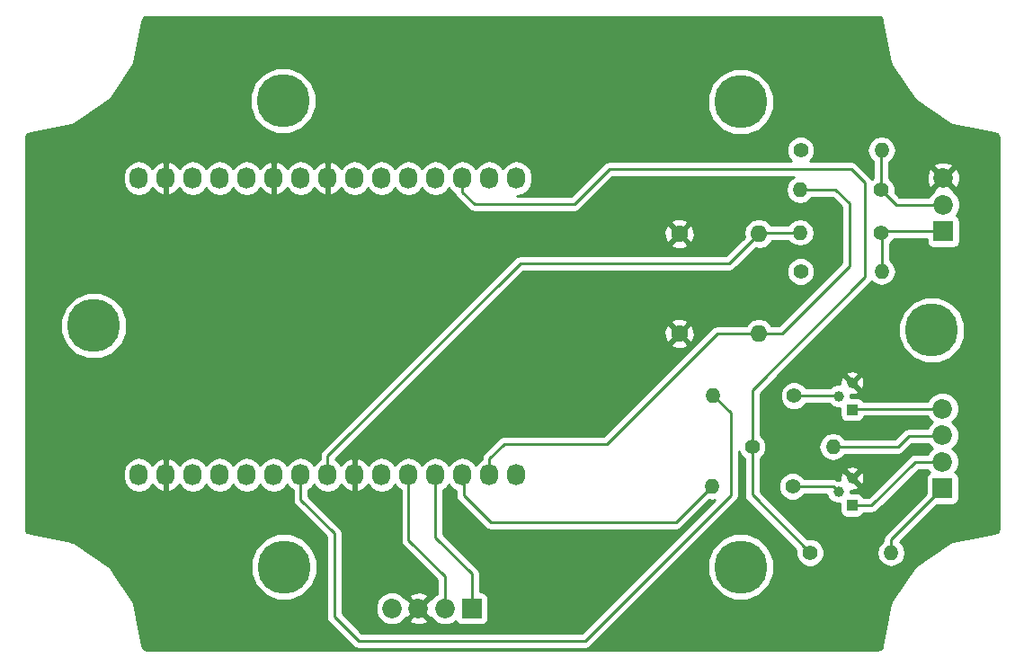
<source format=gbr>
G04 #@! TF.FileFunction,Copper,L2,Bot,Signal*
%FSLAX46Y46*%
G04 Gerber Fmt 4.6, Leading zero omitted, Abs format (unit mm)*
G04 Created by KiCad (PCBNEW 4.0.6) date 06/19/17 18:14:00*
%MOMM*%
%LPD*%
G01*
G04 APERTURE LIST*
%ADD10C,0.100000*%
%ADD11C,1.600000*%
%ADD12O,1.600000X1.600000*%
%ADD13R,1.850000X1.850000*%
%ADD14C,1.850000*%
%ADD15C,1.000000*%
%ADD16R,1.000000X1.000000*%
%ADD17C,1.400000*%
%ADD18O,1.400000X1.400000*%
%ADD19O,1.727200X2.032000*%
%ADD20C,5.000000*%
%ADD21C,0.250000*%
%ADD22C,0.254000*%
G04 APERTURE END LIST*
D10*
D11*
X130830000Y-101420000D03*
D12*
X138330000Y-101420000D03*
D11*
X130830000Y-92022000D03*
D12*
X138330000Y-92022000D03*
D13*
X155700000Y-91800000D03*
D14*
X155700000Y-89300000D03*
X155700000Y-86800000D03*
D13*
X155600000Y-116000000D03*
D14*
X155600000Y-113500000D03*
X155600000Y-111000000D03*
X155600000Y-108500000D03*
D13*
X111272000Y-127328000D03*
D14*
X108772000Y-127328000D03*
X106272000Y-127328000D03*
X103772000Y-127328000D03*
D15*
X145830000Y-116330000D03*
X147100000Y-115060000D03*
D16*
X147100000Y-117600000D03*
D15*
X145830000Y-107330000D03*
X147100000Y-106060000D03*
D16*
X147100000Y-108600000D03*
D17*
X149829200Y-87881800D03*
D18*
X142209200Y-87881800D03*
D17*
X142260000Y-84148000D03*
D18*
X149880000Y-84148000D03*
D17*
X141498000Y-115821800D03*
D18*
X133878000Y-115821800D03*
D17*
X143149000Y-122070200D03*
D18*
X150769000Y-122070200D03*
D17*
X149829200Y-91920400D03*
D18*
X142209200Y-91920400D03*
D17*
X142260000Y-95578000D03*
D18*
X149880000Y-95578000D03*
D17*
X141650400Y-107287400D03*
D18*
X134030400Y-107287400D03*
D17*
X137688000Y-112088000D03*
D18*
X145308000Y-112088000D03*
D19*
X115500000Y-86800000D03*
X112960000Y-86800000D03*
X110420000Y-86800000D03*
X107880000Y-86800000D03*
X105340000Y-86800000D03*
X102800000Y-86800000D03*
X100260000Y-86800000D03*
X97720000Y-86800000D03*
X95180000Y-86800000D03*
X92640000Y-86800000D03*
X90100000Y-86800000D03*
X87560000Y-86800000D03*
X85020000Y-86800000D03*
X82480000Y-86800000D03*
X79940000Y-86800000D03*
X115500000Y-114740000D03*
X85020000Y-114740000D03*
X82480000Y-114740000D03*
X87560000Y-114740000D03*
X102800000Y-114740000D03*
X105340000Y-114740000D03*
X100260000Y-114740000D03*
X79940000Y-114740000D03*
X95180000Y-114740000D03*
X97720000Y-114740000D03*
X92640000Y-114740000D03*
X90100000Y-114740000D03*
X110420000Y-114740000D03*
X107880000Y-114740000D03*
X112960000Y-114740000D03*
D20*
X93600000Y-123400000D03*
X93500000Y-79500000D03*
X136600000Y-79600000D03*
X136600000Y-123400000D03*
X75700000Y-100700000D03*
X154600000Y-101100000D03*
D21*
X138330000Y-101420000D02*
X134386000Y-101420000D01*
X112960000Y-113194000D02*
X112960000Y-114740000D01*
X114320000Y-111834000D02*
X112960000Y-113194000D01*
X123972000Y-111834000D02*
X114320000Y-111834000D01*
X134386000Y-101420000D02*
X123972000Y-111834000D01*
X138330000Y-101420000D02*
X140482000Y-101420000D01*
X145553800Y-87881800D02*
X142209200Y-87881800D01*
X146838000Y-89166000D02*
X145553800Y-87881800D01*
X146838000Y-95064000D02*
X146838000Y-89166000D01*
X140482000Y-101420000D02*
X146838000Y-95064000D01*
X142209200Y-91920400D02*
X138431600Y-91920400D01*
X138431600Y-91920400D02*
X135536000Y-94816000D01*
X135536000Y-94816000D02*
X115844000Y-94816000D01*
X115844000Y-94816000D02*
X97720000Y-112940000D01*
X97720000Y-112940000D02*
X97720000Y-114740000D01*
X149880000Y-95578000D02*
X149880000Y-91971200D01*
X149880000Y-91971200D02*
X149829200Y-91920400D01*
X155700000Y-91800000D02*
X149949600Y-91800000D01*
X149949600Y-91800000D02*
X149829200Y-91920400D01*
X149829200Y-87881800D02*
X149829200Y-84198800D01*
X149829200Y-84198800D02*
X149880000Y-84148000D01*
X155700000Y-89300000D02*
X151247400Y-89300000D01*
X151247400Y-89300000D02*
X149829200Y-87881800D01*
X150769000Y-122070200D02*
X150769000Y-120831000D01*
X150769000Y-120831000D02*
X155600000Y-116000000D01*
X147100000Y-117600000D02*
X148940000Y-117600000D01*
X153040000Y-113500000D02*
X155600000Y-113500000D01*
X148940000Y-117600000D02*
X153040000Y-113500000D01*
X145308000Y-112088000D02*
X150896000Y-112088000D01*
X152420000Y-111072000D02*
X155528000Y-111072000D01*
X151404000Y-112088000D02*
X152420000Y-111072000D01*
X150896000Y-112088000D02*
X151404000Y-112088000D01*
X155528000Y-111072000D02*
X155600000Y-111000000D01*
X147100000Y-108600000D02*
X147200000Y-108500000D01*
X147200000Y-108500000D02*
X155600000Y-108500000D01*
X107880000Y-114740000D02*
X107880000Y-120634000D01*
X111272000Y-124026000D02*
X111272000Y-127328000D01*
X107880000Y-120634000D02*
X111272000Y-124026000D01*
X105340000Y-114740000D02*
X105340000Y-120888000D01*
X108772000Y-124320000D02*
X108772000Y-127328000D01*
X105340000Y-120888000D02*
X108772000Y-124320000D01*
X141498000Y-115821800D02*
X145321800Y-115821800D01*
X145321800Y-115821800D02*
X145830000Y-116330000D01*
X145830000Y-107330000D02*
X145787400Y-107287400D01*
X145787400Y-107287400D02*
X141650400Y-107287400D01*
X133878000Y-115821800D02*
X130499800Y-119200000D01*
X110510000Y-116660000D02*
X110510000Y-114830000D01*
X113050000Y-119200000D02*
X110510000Y-116660000D01*
X113304000Y-119200000D02*
X113050000Y-119200000D01*
X130499800Y-119200000D02*
X113304000Y-119200000D01*
X110510000Y-114830000D02*
X110420000Y-114740000D01*
X137688000Y-112088000D02*
X137688000Y-106754000D01*
X110420000Y-88122000D02*
X110420000Y-86800000D01*
X111526000Y-89228000D02*
X110420000Y-88122000D01*
X120924000Y-89228000D02*
X111526000Y-89228000D01*
X124226000Y-85926000D02*
X120924000Y-89228000D01*
X147038000Y-85926000D02*
X124226000Y-85926000D01*
X148316000Y-87204000D02*
X147038000Y-85926000D01*
X148316000Y-96126000D02*
X148316000Y-87204000D01*
X137688000Y-106754000D02*
X148316000Y-96126000D01*
X143149000Y-122070200D02*
X137688000Y-116609200D01*
X137688000Y-116609200D02*
X137688000Y-112088000D01*
X95180000Y-114740000D02*
X95180000Y-117078000D01*
X135656000Y-108913000D02*
X135656000Y-116660000D01*
X135656000Y-116660000D02*
X121940000Y-130376000D01*
X121940000Y-130376000D02*
X101112000Y-130376000D01*
X101112000Y-130376000D02*
X101112000Y-130376000D01*
X101112000Y-130376000D02*
X100858000Y-130376000D01*
X100858000Y-130376000D02*
X100604000Y-130376000D01*
X100604000Y-130376000D02*
X98318000Y-128090000D01*
X135656000Y-108913000D02*
X134030400Y-107287400D01*
X98318000Y-120216000D02*
X98318000Y-128090000D01*
X95180000Y-117078000D02*
X98318000Y-120216000D01*
D22*
G36*
X149715409Y-71621376D02*
X149813250Y-71686751D01*
X149878624Y-71784590D01*
X149928162Y-72033636D01*
X149928162Y-72033637D01*
X150689367Y-75860471D01*
X150731734Y-75962752D01*
X150791648Y-76107400D01*
X152959375Y-79351634D01*
X153148366Y-79540625D01*
X156392601Y-81708352D01*
X156532655Y-81766364D01*
X156639529Y-81810633D01*
X160466363Y-82571838D01*
X160466364Y-82571838D01*
X160715409Y-82621376D01*
X160813250Y-82686751D01*
X160878624Y-82784590D01*
X160915000Y-82967466D01*
X160915000Y-119832534D01*
X160878624Y-120015410D01*
X160813250Y-120113249D01*
X160715409Y-120178624D01*
X160466364Y-120228162D01*
X156639529Y-120989367D01*
X156567206Y-121019325D01*
X156392601Y-121091648D01*
X153148366Y-123259375D01*
X152959375Y-123448366D01*
X150791648Y-126692600D01*
X150731734Y-126837248D01*
X150689367Y-126939529D01*
X149928162Y-130766363D01*
X149928162Y-130766364D01*
X149878624Y-131015410D01*
X149813250Y-131113249D01*
X149715409Y-131178624D01*
X149532534Y-131215000D01*
X80667466Y-131215000D01*
X80484590Y-131178624D01*
X80386751Y-131113250D01*
X80321376Y-131015409D01*
X80271838Y-130766364D01*
X80271838Y-130766363D01*
X79510633Y-126939529D01*
X79480675Y-126867206D01*
X79408352Y-126692601D01*
X77623149Y-124020854D01*
X90464457Y-124020854D01*
X90940727Y-125173515D01*
X91821847Y-126056174D01*
X92973674Y-126534454D01*
X94220854Y-126535543D01*
X95373515Y-126059273D01*
X96256174Y-125178153D01*
X96734454Y-124026326D01*
X96735543Y-122779146D01*
X96259273Y-121626485D01*
X95378153Y-120743826D01*
X94226326Y-120265546D01*
X92979146Y-120264457D01*
X91826485Y-120740727D01*
X90943826Y-121621847D01*
X90465546Y-122773674D01*
X90464457Y-124020854D01*
X77623149Y-124020854D01*
X77240625Y-123448366D01*
X77051634Y-123259375D01*
X73807400Y-121091648D01*
X73662752Y-121031734D01*
X73560471Y-120989367D01*
X69733637Y-120228162D01*
X69733636Y-120228162D01*
X69484590Y-120178624D01*
X69386751Y-120113250D01*
X69321376Y-120015409D01*
X69285000Y-119832534D01*
X69285000Y-114555255D01*
X78441400Y-114555255D01*
X78441400Y-114924745D01*
X78555474Y-115498234D01*
X78880330Y-115984415D01*
X79366511Y-116309271D01*
X79940000Y-116423345D01*
X80513489Y-116309271D01*
X80999670Y-115984415D01*
X81206461Y-115674931D01*
X81577964Y-116090732D01*
X82105209Y-116344709D01*
X82120974Y-116347358D01*
X82353000Y-116226217D01*
X82353000Y-114867000D01*
X82333000Y-114867000D01*
X82333000Y-114613000D01*
X82353000Y-114613000D01*
X82353000Y-113253783D01*
X82607000Y-113253783D01*
X82607000Y-114613000D01*
X82627000Y-114613000D01*
X82627000Y-114867000D01*
X82607000Y-114867000D01*
X82607000Y-116226217D01*
X82839026Y-116347358D01*
X82854791Y-116344709D01*
X83382036Y-116090732D01*
X83753539Y-115674931D01*
X83960330Y-115984415D01*
X84446511Y-116309271D01*
X85020000Y-116423345D01*
X85593489Y-116309271D01*
X86079670Y-115984415D01*
X86290000Y-115669634D01*
X86500330Y-115984415D01*
X86986511Y-116309271D01*
X87560000Y-116423345D01*
X88133489Y-116309271D01*
X88619670Y-115984415D01*
X88830000Y-115669634D01*
X89040330Y-115984415D01*
X89526511Y-116309271D01*
X90100000Y-116423345D01*
X90673489Y-116309271D01*
X91159670Y-115984415D01*
X91370000Y-115669634D01*
X91580330Y-115984415D01*
X92066511Y-116309271D01*
X92640000Y-116423345D01*
X93213489Y-116309271D01*
X93699670Y-115984415D01*
X93910000Y-115669634D01*
X94120330Y-115984415D01*
X94420000Y-116184648D01*
X94420000Y-117078000D01*
X94477852Y-117368839D01*
X94642599Y-117615401D01*
X97558000Y-120530802D01*
X97558000Y-128090000D01*
X97615852Y-128380839D01*
X97780599Y-128627401D01*
X100066599Y-130913401D01*
X100313160Y-131078148D01*
X100604000Y-131136000D01*
X121940000Y-131136000D01*
X122230839Y-131078148D01*
X122477401Y-130913401D01*
X129369948Y-124020854D01*
X133464457Y-124020854D01*
X133940727Y-125173515D01*
X134821847Y-126056174D01*
X135973674Y-126534454D01*
X137220854Y-126535543D01*
X138373515Y-126059273D01*
X139256174Y-125178153D01*
X139734454Y-124026326D01*
X139735543Y-122779146D01*
X139259273Y-121626485D01*
X138378153Y-120743826D01*
X137226326Y-120265546D01*
X135979146Y-120264457D01*
X134826485Y-120740727D01*
X133943826Y-121621847D01*
X133465546Y-122773674D01*
X133464457Y-124020854D01*
X129369948Y-124020854D01*
X136193401Y-117197401D01*
X136358148Y-116950840D01*
X136416000Y-116660000D01*
X136416000Y-112505414D01*
X136555582Y-112843229D01*
X136928000Y-113216297D01*
X136928000Y-116609200D01*
X136985852Y-116900039D01*
X137150599Y-117146601D01*
X141814226Y-121810228D01*
X141813769Y-122334583D01*
X142016582Y-122825429D01*
X142391796Y-123201298D01*
X142882287Y-123404968D01*
X143413383Y-123405431D01*
X143904229Y-123202618D01*
X144280098Y-122827404D01*
X144483768Y-122336913D01*
X144484231Y-121805817D01*
X144281418Y-121314971D01*
X143906204Y-120939102D01*
X143415713Y-120735432D01*
X142888574Y-120734972D01*
X138448000Y-116294398D01*
X138448000Y-116086183D01*
X140162769Y-116086183D01*
X140365582Y-116577029D01*
X140740796Y-116952898D01*
X141231287Y-117156568D01*
X141762383Y-117157031D01*
X142253229Y-116954218D01*
X142626297Y-116581800D01*
X144705970Y-116581800D01*
X144867233Y-116972086D01*
X145186235Y-117291645D01*
X145603244Y-117464803D01*
X145952560Y-117465108D01*
X145952560Y-118100000D01*
X145996838Y-118335317D01*
X146135910Y-118551441D01*
X146348110Y-118696431D01*
X146600000Y-118747440D01*
X147600000Y-118747440D01*
X147835317Y-118703162D01*
X148051441Y-118564090D01*
X148190890Y-118360000D01*
X148940000Y-118360000D01*
X149230839Y-118302148D01*
X149477401Y-118137401D01*
X153354802Y-114260000D01*
X154226103Y-114260000D01*
X154276725Y-114382514D01*
X154394754Y-114500749D01*
X154223559Y-114610910D01*
X154078569Y-114823110D01*
X154027560Y-115075000D01*
X154027560Y-116497638D01*
X150231599Y-120293599D01*
X150066852Y-120540161D01*
X150009000Y-120831000D01*
X150009000Y-120985800D01*
X149798858Y-121126212D01*
X149509467Y-121559318D01*
X149407846Y-122070200D01*
X149509467Y-122581082D01*
X149798858Y-123014188D01*
X150231964Y-123303579D01*
X150742846Y-123405200D01*
X150795154Y-123405200D01*
X151306036Y-123303579D01*
X151739142Y-123014188D01*
X152028533Y-122581082D01*
X152130154Y-122070200D01*
X152028533Y-121559318D01*
X151739142Y-121126212D01*
X151624914Y-121049888D01*
X155102362Y-117572440D01*
X156525000Y-117572440D01*
X156760317Y-117528162D01*
X156976441Y-117389090D01*
X157121431Y-117176890D01*
X157172440Y-116925000D01*
X157172440Y-115075000D01*
X157128162Y-114839683D01*
X156989090Y-114623559D01*
X156807126Y-114499229D01*
X156921732Y-114384823D01*
X157159728Y-113811664D01*
X157160270Y-113191058D01*
X156923275Y-112617486D01*
X156556174Y-112249744D01*
X156921732Y-111884823D01*
X157159728Y-111311664D01*
X157160270Y-110691058D01*
X156923275Y-110117486D01*
X156556174Y-109749744D01*
X156921732Y-109384823D01*
X157159728Y-108811664D01*
X157160270Y-108191058D01*
X156923275Y-107617486D01*
X156484823Y-107178268D01*
X155911664Y-106940272D01*
X155291058Y-106939730D01*
X154717486Y-107176725D01*
X154278268Y-107615177D01*
X154226437Y-107740000D01*
X148122931Y-107740000D01*
X148064090Y-107648559D01*
X147851890Y-107503569D01*
X147600000Y-107452560D01*
X146964894Y-107452560D01*
X146965108Y-107207394D01*
X147405375Y-107176217D01*
X147673352Y-107065217D01*
X147710499Y-106850104D01*
X147100000Y-106239605D01*
X147085858Y-106253748D01*
X146906253Y-106074143D01*
X146920395Y-106060000D01*
X147279605Y-106060000D01*
X147890104Y-106670499D01*
X148105217Y-106633352D01*
X148248112Y-106205028D01*
X148216217Y-105754625D01*
X148105217Y-105486648D01*
X147890104Y-105449501D01*
X147279605Y-106060000D01*
X146920395Y-106060000D01*
X146309896Y-105449501D01*
X146094783Y-105486648D01*
X145951888Y-105914972D01*
X145971727Y-106195123D01*
X145605225Y-106194803D01*
X145187914Y-106367233D01*
X145027467Y-106527400D01*
X142778055Y-106527400D01*
X142407604Y-106156302D01*
X141917113Y-105952632D01*
X141386017Y-105952169D01*
X140895171Y-106154982D01*
X140519302Y-106530196D01*
X140315632Y-107020687D01*
X140315169Y-107551783D01*
X140517982Y-108042629D01*
X140893196Y-108418498D01*
X141383687Y-108622168D01*
X141914783Y-108622631D01*
X142405629Y-108419818D01*
X142778697Y-108047400D01*
X144942416Y-108047400D01*
X145186235Y-108291645D01*
X145603244Y-108464803D01*
X145952560Y-108465108D01*
X145952560Y-109100000D01*
X145996838Y-109335317D01*
X146135910Y-109551441D01*
X146348110Y-109696431D01*
X146600000Y-109747440D01*
X147600000Y-109747440D01*
X147835317Y-109703162D01*
X148051441Y-109564090D01*
X148196431Y-109351890D01*
X148215039Y-109260000D01*
X154226103Y-109260000D01*
X154276725Y-109382514D01*
X154643826Y-109750256D01*
X154278268Y-110115177D01*
X154196540Y-110312000D01*
X152420000Y-110312000D01*
X152129161Y-110369852D01*
X151882599Y-110534599D01*
X151089198Y-111328000D01*
X146401078Y-111328000D01*
X146278142Y-111144012D01*
X145845036Y-110854621D01*
X145334154Y-110753000D01*
X145281846Y-110753000D01*
X144770964Y-110854621D01*
X144337858Y-111144012D01*
X144048467Y-111577118D01*
X143946846Y-112088000D01*
X144048467Y-112598882D01*
X144337858Y-113031988D01*
X144770964Y-113321379D01*
X145281846Y-113423000D01*
X145334154Y-113423000D01*
X145845036Y-113321379D01*
X146278142Y-113031988D01*
X146401078Y-112848000D01*
X151404000Y-112848000D01*
X151694839Y-112790148D01*
X151941401Y-112625401D01*
X152734802Y-111832000D01*
X154255853Y-111832000D01*
X154276725Y-111882514D01*
X154643826Y-112250256D01*
X154278268Y-112615177D01*
X154226437Y-112740000D01*
X153040000Y-112740000D01*
X152749161Y-112797852D01*
X152502599Y-112962599D01*
X148625198Y-116840000D01*
X148187279Y-116840000D01*
X148064090Y-116648559D01*
X147851890Y-116503569D01*
X147600000Y-116452560D01*
X146964894Y-116452560D01*
X146965108Y-116207394D01*
X147405375Y-116176217D01*
X147673352Y-116065217D01*
X147710499Y-115850104D01*
X147100000Y-115239605D01*
X147085858Y-115253748D01*
X146906253Y-115074143D01*
X146920395Y-115060000D01*
X147279605Y-115060000D01*
X147890104Y-115670499D01*
X148105217Y-115633352D01*
X148248112Y-115205028D01*
X148216217Y-114754625D01*
X148105217Y-114486648D01*
X147890104Y-114449501D01*
X147279605Y-115060000D01*
X146920395Y-115060000D01*
X146309896Y-114449501D01*
X146094783Y-114486648D01*
X145951888Y-114914972D01*
X145971727Y-115195123D01*
X145725268Y-115194908D01*
X145612639Y-115119652D01*
X145321800Y-115061800D01*
X142625655Y-115061800D01*
X142255204Y-114690702D01*
X141764713Y-114487032D01*
X141233617Y-114486569D01*
X140742771Y-114689382D01*
X140366902Y-115064596D01*
X140163232Y-115555087D01*
X140162769Y-116086183D01*
X138448000Y-116086183D01*
X138448000Y-114269896D01*
X146489501Y-114269896D01*
X147100000Y-114880395D01*
X147710499Y-114269896D01*
X147673352Y-114054783D01*
X147245028Y-113911888D01*
X146794625Y-113943783D01*
X146526648Y-114054783D01*
X146489501Y-114269896D01*
X138448000Y-114269896D01*
X138448000Y-113215655D01*
X138819098Y-112845204D01*
X139022768Y-112354713D01*
X139023231Y-111823617D01*
X138820418Y-111332771D01*
X138448000Y-110959703D01*
X138448000Y-107068802D01*
X140246906Y-105269896D01*
X146489501Y-105269896D01*
X147100000Y-105880395D01*
X147710499Y-105269896D01*
X147673352Y-105054783D01*
X147245028Y-104911888D01*
X146794625Y-104943783D01*
X146526648Y-105054783D01*
X146489501Y-105269896D01*
X140246906Y-105269896D01*
X143795948Y-101720854D01*
X151464457Y-101720854D01*
X151940727Y-102873515D01*
X152821847Y-103756174D01*
X153973674Y-104234454D01*
X155220854Y-104235543D01*
X156373515Y-103759273D01*
X157256174Y-102878153D01*
X157734454Y-101726326D01*
X157735543Y-100479146D01*
X157259273Y-99326485D01*
X156378153Y-98443826D01*
X155226326Y-97965546D01*
X153979146Y-97964457D01*
X152826485Y-98440727D01*
X151943826Y-99321847D01*
X151465546Y-100473674D01*
X151464457Y-101720854D01*
X143795948Y-101720854D01*
X148853401Y-96663401D01*
X148936151Y-96539556D01*
X149342964Y-96811379D01*
X149853846Y-96913000D01*
X149906154Y-96913000D01*
X150417036Y-96811379D01*
X150850142Y-96521988D01*
X151139533Y-96088882D01*
X151241154Y-95578000D01*
X151139533Y-95067118D01*
X150850142Y-94634012D01*
X150640000Y-94493600D01*
X150640000Y-92997344D01*
X150960298Y-92677604D01*
X151009132Y-92560000D01*
X154127560Y-92560000D01*
X154127560Y-92725000D01*
X154171838Y-92960317D01*
X154310910Y-93176441D01*
X154523110Y-93321431D01*
X154775000Y-93372440D01*
X156625000Y-93372440D01*
X156860317Y-93328162D01*
X157076441Y-93189090D01*
X157221431Y-92976890D01*
X157272440Y-92725000D01*
X157272440Y-90875000D01*
X157228162Y-90639683D01*
X157089090Y-90423559D01*
X156907126Y-90299229D01*
X157021732Y-90184823D01*
X157259728Y-89611664D01*
X157260270Y-88991058D01*
X157023275Y-88417486D01*
X156589426Y-87982879D01*
X156618651Y-87898256D01*
X155700000Y-86979605D01*
X154781349Y-87898256D01*
X154810765Y-87983434D01*
X154378268Y-88415177D01*
X154326437Y-88540000D01*
X151562202Y-88540000D01*
X151163974Y-88141772D01*
X151164431Y-87617417D01*
X150961618Y-87126571D01*
X150589200Y-86753503D01*
X150589200Y-86553368D01*
X154128675Y-86553368D01*
X154153903Y-87173461D01*
X154342668Y-87629179D01*
X154601744Y-87718651D01*
X155520395Y-86800000D01*
X155879605Y-86800000D01*
X156798256Y-87718651D01*
X157057332Y-87629179D01*
X157271325Y-87046632D01*
X157246097Y-86426539D01*
X157057332Y-85970821D01*
X156798256Y-85881349D01*
X155879605Y-86800000D01*
X155520395Y-86800000D01*
X154601744Y-85881349D01*
X154342668Y-85970821D01*
X154128675Y-86553368D01*
X150589200Y-86553368D01*
X150589200Y-85701744D01*
X154781349Y-85701744D01*
X155700000Y-86620395D01*
X156618651Y-85701744D01*
X156529179Y-85442668D01*
X155946632Y-85228675D01*
X155326539Y-85253903D01*
X154870821Y-85442668D01*
X154781349Y-85701744D01*
X150589200Y-85701744D01*
X150589200Y-85266343D01*
X150850142Y-85091988D01*
X151139533Y-84658882D01*
X151241154Y-84148000D01*
X151139533Y-83637118D01*
X150850142Y-83204012D01*
X150417036Y-82914621D01*
X149906154Y-82813000D01*
X149853846Y-82813000D01*
X149342964Y-82914621D01*
X148909858Y-83204012D01*
X148620467Y-83637118D01*
X148518846Y-84148000D01*
X148620467Y-84658882D01*
X148909858Y-85091988D01*
X149069200Y-85198456D01*
X149069200Y-86754145D01*
X148974838Y-86848342D01*
X148853401Y-86666599D01*
X147575401Y-85388599D01*
X147328839Y-85223852D01*
X147038000Y-85166000D01*
X143129847Y-85166000D01*
X143391098Y-84905204D01*
X143594768Y-84414713D01*
X143595231Y-83883617D01*
X143392418Y-83392771D01*
X143017204Y-83016902D01*
X142526713Y-82813232D01*
X141995617Y-82812769D01*
X141504771Y-83015582D01*
X141128902Y-83390796D01*
X140925232Y-83881287D01*
X140924769Y-84412383D01*
X141127582Y-84903229D01*
X141389895Y-85166000D01*
X124226000Y-85166000D01*
X123935160Y-85223852D01*
X123688599Y-85388599D01*
X120609198Y-88468000D01*
X115577145Y-88468000D01*
X116073489Y-88369271D01*
X116559670Y-88044415D01*
X116884526Y-87558234D01*
X116998600Y-86984745D01*
X116998600Y-86615255D01*
X116884526Y-86041766D01*
X116559670Y-85555585D01*
X116073489Y-85230729D01*
X115500000Y-85116655D01*
X114926511Y-85230729D01*
X114440330Y-85555585D01*
X114230000Y-85870366D01*
X114019670Y-85555585D01*
X113533489Y-85230729D01*
X112960000Y-85116655D01*
X112386511Y-85230729D01*
X111900330Y-85555585D01*
X111690000Y-85870366D01*
X111479670Y-85555585D01*
X110993489Y-85230729D01*
X110420000Y-85116655D01*
X109846511Y-85230729D01*
X109360330Y-85555585D01*
X109150000Y-85870366D01*
X108939670Y-85555585D01*
X108453489Y-85230729D01*
X107880000Y-85116655D01*
X107306511Y-85230729D01*
X106820330Y-85555585D01*
X106610000Y-85870366D01*
X106399670Y-85555585D01*
X105913489Y-85230729D01*
X105340000Y-85116655D01*
X104766511Y-85230729D01*
X104280330Y-85555585D01*
X104070000Y-85870366D01*
X103859670Y-85555585D01*
X103373489Y-85230729D01*
X102800000Y-85116655D01*
X102226511Y-85230729D01*
X101740330Y-85555585D01*
X101530000Y-85870366D01*
X101319670Y-85555585D01*
X100833489Y-85230729D01*
X100260000Y-85116655D01*
X99686511Y-85230729D01*
X99200330Y-85555585D01*
X98993539Y-85865069D01*
X98622036Y-85449268D01*
X98094791Y-85195291D01*
X98079026Y-85192642D01*
X97847000Y-85313783D01*
X97847000Y-86673000D01*
X97867000Y-86673000D01*
X97867000Y-86927000D01*
X97847000Y-86927000D01*
X97847000Y-88286217D01*
X98079026Y-88407358D01*
X98094791Y-88404709D01*
X98622036Y-88150732D01*
X98993539Y-87734931D01*
X99200330Y-88044415D01*
X99686511Y-88369271D01*
X100260000Y-88483345D01*
X100833489Y-88369271D01*
X101319670Y-88044415D01*
X101530000Y-87729634D01*
X101740330Y-88044415D01*
X102226511Y-88369271D01*
X102800000Y-88483345D01*
X103373489Y-88369271D01*
X103859670Y-88044415D01*
X104070000Y-87729634D01*
X104280330Y-88044415D01*
X104766511Y-88369271D01*
X105340000Y-88483345D01*
X105913489Y-88369271D01*
X106399670Y-88044415D01*
X106610000Y-87729634D01*
X106820330Y-88044415D01*
X107306511Y-88369271D01*
X107880000Y-88483345D01*
X108453489Y-88369271D01*
X108939670Y-88044415D01*
X109150000Y-87729634D01*
X109360330Y-88044415D01*
X109688136Y-88263448D01*
X109717852Y-88412839D01*
X109882599Y-88659401D01*
X110988599Y-89765401D01*
X111235160Y-89930148D01*
X111526000Y-89988000D01*
X120924000Y-89988000D01*
X121214839Y-89930148D01*
X121461401Y-89765401D01*
X124540802Y-86686000D01*
X141615923Y-86686000D01*
X141239058Y-86937812D01*
X140949667Y-87370918D01*
X140848046Y-87881800D01*
X140949667Y-88392682D01*
X141239058Y-88825788D01*
X141672164Y-89115179D01*
X142183046Y-89216800D01*
X142235354Y-89216800D01*
X142746236Y-89115179D01*
X143179342Y-88825788D01*
X143302278Y-88641800D01*
X145238998Y-88641800D01*
X146078000Y-89480802D01*
X146078000Y-94749198D01*
X140167198Y-100660000D01*
X139542995Y-100660000D01*
X139372811Y-100405302D01*
X138907264Y-100094233D01*
X138358113Y-99985000D01*
X138301887Y-99985000D01*
X137752736Y-100094233D01*
X137287189Y-100405302D01*
X137117005Y-100660000D01*
X134386000Y-100660000D01*
X134095161Y-100717852D01*
X133848599Y-100882599D01*
X123657198Y-111074000D01*
X114320000Y-111074000D01*
X114077414Y-111122254D01*
X114029160Y-111131852D01*
X113782599Y-111296599D01*
X112422599Y-112656599D01*
X112257852Y-112903161D01*
X112200000Y-113194000D01*
X112200000Y-113295352D01*
X111900330Y-113495585D01*
X111690000Y-113810366D01*
X111479670Y-113495585D01*
X110993489Y-113170729D01*
X110420000Y-113056655D01*
X109846511Y-113170729D01*
X109360330Y-113495585D01*
X109150000Y-113810366D01*
X108939670Y-113495585D01*
X108453489Y-113170729D01*
X107880000Y-113056655D01*
X107306511Y-113170729D01*
X106820330Y-113495585D01*
X106610000Y-113810366D01*
X106399670Y-113495585D01*
X105913489Y-113170729D01*
X105340000Y-113056655D01*
X104766511Y-113170729D01*
X104280330Y-113495585D01*
X104070000Y-113810366D01*
X103859670Y-113495585D01*
X103373489Y-113170729D01*
X102800000Y-113056655D01*
X102226511Y-113170729D01*
X101740330Y-113495585D01*
X101533539Y-113805069D01*
X101162036Y-113389268D01*
X100634791Y-113135291D01*
X100619026Y-113132642D01*
X100387000Y-113253783D01*
X100387000Y-114613000D01*
X100407000Y-114613000D01*
X100407000Y-114867000D01*
X100387000Y-114867000D01*
X100387000Y-116226217D01*
X100619026Y-116347358D01*
X100634791Y-116344709D01*
X101162036Y-116090732D01*
X101533539Y-115674931D01*
X101740330Y-115984415D01*
X102226511Y-116309271D01*
X102800000Y-116423345D01*
X103373489Y-116309271D01*
X103859670Y-115984415D01*
X104070000Y-115669634D01*
X104280330Y-115984415D01*
X104580000Y-116184648D01*
X104580000Y-120888000D01*
X104637852Y-121178839D01*
X104802599Y-121425401D01*
X108012000Y-124634802D01*
X108012000Y-125954103D01*
X107889486Y-126004725D01*
X107454879Y-126438574D01*
X107370256Y-126409349D01*
X106451605Y-127328000D01*
X107370256Y-128246651D01*
X107455434Y-128217235D01*
X107887177Y-128649732D01*
X108460336Y-128887728D01*
X109080942Y-128888270D01*
X109654514Y-128651275D01*
X109772749Y-128533246D01*
X109882910Y-128704441D01*
X110095110Y-128849431D01*
X110347000Y-128900440D01*
X112197000Y-128900440D01*
X112432317Y-128856162D01*
X112648441Y-128717090D01*
X112793431Y-128504890D01*
X112844440Y-128253000D01*
X112844440Y-126403000D01*
X112800162Y-126167683D01*
X112661090Y-125951559D01*
X112448890Y-125806569D01*
X112197000Y-125755560D01*
X112032000Y-125755560D01*
X112032000Y-124026000D01*
X111974148Y-123735161D01*
X111974148Y-123735160D01*
X111809401Y-123488599D01*
X108640000Y-120319198D01*
X108640000Y-116184648D01*
X108939670Y-115984415D01*
X109150000Y-115669634D01*
X109360330Y-115984415D01*
X109750000Y-116244784D01*
X109750000Y-116660000D01*
X109807852Y-116950839D01*
X109972599Y-117197401D01*
X112512599Y-119737401D01*
X112759160Y-119902148D01*
X112807414Y-119911746D01*
X113050000Y-119960000D01*
X130499800Y-119960000D01*
X130790639Y-119902148D01*
X131037201Y-119737401D01*
X133656632Y-117117970D01*
X133851846Y-117156800D01*
X133904154Y-117156800D01*
X134129153Y-117112045D01*
X121625198Y-129616000D01*
X100918802Y-129616000D01*
X99078000Y-127775198D01*
X99078000Y-127636942D01*
X102211730Y-127636942D01*
X102448725Y-128210514D01*
X102887177Y-128649732D01*
X103460336Y-128887728D01*
X104080942Y-128888270D01*
X104654514Y-128651275D01*
X104879926Y-128426256D01*
X105353349Y-128426256D01*
X105442821Y-128685332D01*
X106025368Y-128899325D01*
X106645461Y-128874097D01*
X107101179Y-128685332D01*
X107190651Y-128426256D01*
X106272000Y-127507605D01*
X105353349Y-128426256D01*
X104879926Y-128426256D01*
X105089121Y-128217426D01*
X105173744Y-128246651D01*
X106092395Y-127328000D01*
X105173744Y-126409349D01*
X105088566Y-126438765D01*
X104879910Y-126229744D01*
X105353349Y-126229744D01*
X106272000Y-127148395D01*
X107190651Y-126229744D01*
X107101179Y-125970668D01*
X106518632Y-125756675D01*
X105898539Y-125781903D01*
X105442821Y-125970668D01*
X105353349Y-126229744D01*
X104879910Y-126229744D01*
X104656823Y-126006268D01*
X104083664Y-125768272D01*
X103463058Y-125767730D01*
X102889486Y-126004725D01*
X102450268Y-126443177D01*
X102212272Y-127016336D01*
X102211730Y-127636942D01*
X99078000Y-127636942D01*
X99078000Y-120216000D01*
X99020148Y-119925161D01*
X98855401Y-119678599D01*
X95940000Y-116763198D01*
X95940000Y-116184648D01*
X96239670Y-115984415D01*
X96450000Y-115669634D01*
X96660330Y-115984415D01*
X97146511Y-116309271D01*
X97720000Y-116423345D01*
X98293489Y-116309271D01*
X98779670Y-115984415D01*
X98986461Y-115674931D01*
X99357964Y-116090732D01*
X99885209Y-116344709D01*
X99900974Y-116347358D01*
X100133000Y-116226217D01*
X100133000Y-114867000D01*
X100113000Y-114867000D01*
X100113000Y-114613000D01*
X100133000Y-114613000D01*
X100133000Y-113253783D01*
X99900974Y-113132642D01*
X99885209Y-113135291D01*
X99357964Y-113389268D01*
X98986461Y-113805069D01*
X98779670Y-113495585D01*
X98480000Y-113295352D01*
X98480000Y-113254802D01*
X109307057Y-102427745D01*
X130001861Y-102427745D01*
X130075995Y-102673864D01*
X130613223Y-102866965D01*
X131183454Y-102839778D01*
X131584005Y-102673864D01*
X131658139Y-102427745D01*
X130830000Y-101599605D01*
X130001861Y-102427745D01*
X109307057Y-102427745D01*
X110531579Y-101203223D01*
X129383035Y-101203223D01*
X129410222Y-101773454D01*
X129576136Y-102174005D01*
X129822255Y-102248139D01*
X130650395Y-101420000D01*
X131009605Y-101420000D01*
X131837745Y-102248139D01*
X132083864Y-102174005D01*
X132276965Y-101636777D01*
X132249778Y-101066546D01*
X132083864Y-100665995D01*
X131837745Y-100591861D01*
X131009605Y-101420000D01*
X130650395Y-101420000D01*
X129822255Y-100591861D01*
X129576136Y-100665995D01*
X129383035Y-101203223D01*
X110531579Y-101203223D01*
X111322547Y-100412255D01*
X130001861Y-100412255D01*
X130830000Y-101240395D01*
X131658139Y-100412255D01*
X131584005Y-100166136D01*
X131046777Y-99973035D01*
X130476546Y-100000222D01*
X130075995Y-100166136D01*
X130001861Y-100412255D01*
X111322547Y-100412255D01*
X115892419Y-95842383D01*
X140924769Y-95842383D01*
X141127582Y-96333229D01*
X141502796Y-96709098D01*
X141993287Y-96912768D01*
X142524383Y-96913231D01*
X143015229Y-96710418D01*
X143391098Y-96335204D01*
X143594768Y-95844713D01*
X143595231Y-95313617D01*
X143392418Y-94822771D01*
X143017204Y-94446902D01*
X142526713Y-94243232D01*
X141995617Y-94242769D01*
X141504771Y-94445582D01*
X141128902Y-94820796D01*
X140925232Y-95311287D01*
X140924769Y-95842383D01*
X115892419Y-95842383D01*
X116158802Y-95576000D01*
X135536000Y-95576000D01*
X135826839Y-95518148D01*
X136073401Y-95353401D01*
X138024898Y-93401904D01*
X138301887Y-93457000D01*
X138358113Y-93457000D01*
X138907264Y-93347767D01*
X139372811Y-93036698D01*
X139610882Y-92680400D01*
X141116122Y-92680400D01*
X141239058Y-92864388D01*
X141672164Y-93153779D01*
X142183046Y-93255400D01*
X142235354Y-93255400D01*
X142746236Y-93153779D01*
X143179342Y-92864388D01*
X143468733Y-92431282D01*
X143570354Y-91920400D01*
X143468733Y-91409518D01*
X143179342Y-90976412D01*
X142746236Y-90687021D01*
X142235354Y-90585400D01*
X142183046Y-90585400D01*
X141672164Y-90687021D01*
X141239058Y-90976412D01*
X141116122Y-91160400D01*
X139475108Y-91160400D01*
X139372811Y-91007302D01*
X138907264Y-90696233D01*
X138358113Y-90587000D01*
X138301887Y-90587000D01*
X137752736Y-90696233D01*
X137287189Y-91007302D01*
X136976120Y-91472849D01*
X136866887Y-92022000D01*
X136931312Y-92345886D01*
X135221198Y-94056000D01*
X115844000Y-94056000D01*
X115553161Y-94113852D01*
X115306599Y-94278599D01*
X97182599Y-112402599D01*
X97017852Y-112649161D01*
X96960000Y-112940000D01*
X96960000Y-113295352D01*
X96660330Y-113495585D01*
X96450000Y-113810366D01*
X96239670Y-113495585D01*
X95753489Y-113170729D01*
X95180000Y-113056655D01*
X94606511Y-113170729D01*
X94120330Y-113495585D01*
X93910000Y-113810366D01*
X93699670Y-113495585D01*
X93213489Y-113170729D01*
X92640000Y-113056655D01*
X92066511Y-113170729D01*
X91580330Y-113495585D01*
X91370000Y-113810366D01*
X91159670Y-113495585D01*
X90673489Y-113170729D01*
X90100000Y-113056655D01*
X89526511Y-113170729D01*
X89040330Y-113495585D01*
X88830000Y-113810366D01*
X88619670Y-113495585D01*
X88133489Y-113170729D01*
X87560000Y-113056655D01*
X86986511Y-113170729D01*
X86500330Y-113495585D01*
X86290000Y-113810366D01*
X86079670Y-113495585D01*
X85593489Y-113170729D01*
X85020000Y-113056655D01*
X84446511Y-113170729D01*
X83960330Y-113495585D01*
X83753539Y-113805069D01*
X83382036Y-113389268D01*
X82854791Y-113135291D01*
X82839026Y-113132642D01*
X82607000Y-113253783D01*
X82353000Y-113253783D01*
X82120974Y-113132642D01*
X82105209Y-113135291D01*
X81577964Y-113389268D01*
X81206461Y-113805069D01*
X80999670Y-113495585D01*
X80513489Y-113170729D01*
X79940000Y-113056655D01*
X79366511Y-113170729D01*
X78880330Y-113495585D01*
X78555474Y-113981766D01*
X78441400Y-114555255D01*
X69285000Y-114555255D01*
X69285000Y-101320854D01*
X72564457Y-101320854D01*
X73040727Y-102473515D01*
X73921847Y-103356174D01*
X75073674Y-103834454D01*
X76320854Y-103835543D01*
X77473515Y-103359273D01*
X78356174Y-102478153D01*
X78834454Y-101326326D01*
X78835543Y-100079146D01*
X78359273Y-98926485D01*
X77478153Y-98043826D01*
X76326326Y-97565546D01*
X75079146Y-97564457D01*
X73926485Y-98040727D01*
X73043826Y-98921847D01*
X72565546Y-100073674D01*
X72564457Y-101320854D01*
X69285000Y-101320854D01*
X69285000Y-93029745D01*
X130001861Y-93029745D01*
X130075995Y-93275864D01*
X130613223Y-93468965D01*
X131183454Y-93441778D01*
X131584005Y-93275864D01*
X131658139Y-93029745D01*
X130830000Y-92201605D01*
X130001861Y-93029745D01*
X69285000Y-93029745D01*
X69285000Y-91805223D01*
X129383035Y-91805223D01*
X129410222Y-92375454D01*
X129576136Y-92776005D01*
X129822255Y-92850139D01*
X130650395Y-92022000D01*
X131009605Y-92022000D01*
X131837745Y-92850139D01*
X132083864Y-92776005D01*
X132276965Y-92238777D01*
X132249778Y-91668546D01*
X132083864Y-91267995D01*
X131837745Y-91193861D01*
X131009605Y-92022000D01*
X130650395Y-92022000D01*
X129822255Y-91193861D01*
X129576136Y-91267995D01*
X129383035Y-91805223D01*
X69285000Y-91805223D01*
X69285000Y-91014255D01*
X130001861Y-91014255D01*
X130830000Y-91842395D01*
X131658139Y-91014255D01*
X131584005Y-90768136D01*
X131046777Y-90575035D01*
X130476546Y-90602222D01*
X130075995Y-90768136D01*
X130001861Y-91014255D01*
X69285000Y-91014255D01*
X69285000Y-86615255D01*
X78441400Y-86615255D01*
X78441400Y-86984745D01*
X78555474Y-87558234D01*
X78880330Y-88044415D01*
X79366511Y-88369271D01*
X79940000Y-88483345D01*
X80513489Y-88369271D01*
X80999670Y-88044415D01*
X81206461Y-87734931D01*
X81577964Y-88150732D01*
X82105209Y-88404709D01*
X82120974Y-88407358D01*
X82353000Y-88286217D01*
X82353000Y-86927000D01*
X82333000Y-86927000D01*
X82333000Y-86673000D01*
X82353000Y-86673000D01*
X82353000Y-85313783D01*
X82607000Y-85313783D01*
X82607000Y-86673000D01*
X82627000Y-86673000D01*
X82627000Y-86927000D01*
X82607000Y-86927000D01*
X82607000Y-88286217D01*
X82839026Y-88407358D01*
X82854791Y-88404709D01*
X83382036Y-88150732D01*
X83753539Y-87734931D01*
X83960330Y-88044415D01*
X84446511Y-88369271D01*
X85020000Y-88483345D01*
X85593489Y-88369271D01*
X86079670Y-88044415D01*
X86290000Y-87729634D01*
X86500330Y-88044415D01*
X86986511Y-88369271D01*
X87560000Y-88483345D01*
X88133489Y-88369271D01*
X88619670Y-88044415D01*
X88830000Y-87729634D01*
X89040330Y-88044415D01*
X89526511Y-88369271D01*
X90100000Y-88483345D01*
X90673489Y-88369271D01*
X91159670Y-88044415D01*
X91366461Y-87734931D01*
X91737964Y-88150732D01*
X92265209Y-88404709D01*
X92280974Y-88407358D01*
X92513000Y-88286217D01*
X92513000Y-86927000D01*
X92493000Y-86927000D01*
X92493000Y-86673000D01*
X92513000Y-86673000D01*
X92513000Y-85313783D01*
X92767000Y-85313783D01*
X92767000Y-86673000D01*
X92787000Y-86673000D01*
X92787000Y-86927000D01*
X92767000Y-86927000D01*
X92767000Y-88286217D01*
X92999026Y-88407358D01*
X93014791Y-88404709D01*
X93542036Y-88150732D01*
X93913539Y-87734931D01*
X94120330Y-88044415D01*
X94606511Y-88369271D01*
X95180000Y-88483345D01*
X95753489Y-88369271D01*
X96239670Y-88044415D01*
X96446461Y-87734931D01*
X96817964Y-88150732D01*
X97345209Y-88404709D01*
X97360974Y-88407358D01*
X97593000Y-88286217D01*
X97593000Y-86927000D01*
X97573000Y-86927000D01*
X97573000Y-86673000D01*
X97593000Y-86673000D01*
X97593000Y-85313783D01*
X97360974Y-85192642D01*
X97345209Y-85195291D01*
X96817964Y-85449268D01*
X96446461Y-85865069D01*
X96239670Y-85555585D01*
X95753489Y-85230729D01*
X95180000Y-85116655D01*
X94606511Y-85230729D01*
X94120330Y-85555585D01*
X93913539Y-85865069D01*
X93542036Y-85449268D01*
X93014791Y-85195291D01*
X92999026Y-85192642D01*
X92767000Y-85313783D01*
X92513000Y-85313783D01*
X92280974Y-85192642D01*
X92265209Y-85195291D01*
X91737964Y-85449268D01*
X91366461Y-85865069D01*
X91159670Y-85555585D01*
X90673489Y-85230729D01*
X90100000Y-85116655D01*
X89526511Y-85230729D01*
X89040330Y-85555585D01*
X88830000Y-85870366D01*
X88619670Y-85555585D01*
X88133489Y-85230729D01*
X87560000Y-85116655D01*
X86986511Y-85230729D01*
X86500330Y-85555585D01*
X86290000Y-85870366D01*
X86079670Y-85555585D01*
X85593489Y-85230729D01*
X85020000Y-85116655D01*
X84446511Y-85230729D01*
X83960330Y-85555585D01*
X83753539Y-85865069D01*
X83382036Y-85449268D01*
X82854791Y-85195291D01*
X82839026Y-85192642D01*
X82607000Y-85313783D01*
X82353000Y-85313783D01*
X82120974Y-85192642D01*
X82105209Y-85195291D01*
X81577964Y-85449268D01*
X81206461Y-85865069D01*
X80999670Y-85555585D01*
X80513489Y-85230729D01*
X79940000Y-85116655D01*
X79366511Y-85230729D01*
X78880330Y-85555585D01*
X78555474Y-86041766D01*
X78441400Y-86615255D01*
X69285000Y-86615255D01*
X69285000Y-82967466D01*
X69321376Y-82784591D01*
X69386751Y-82686750D01*
X69484590Y-82621376D01*
X69733636Y-82571838D01*
X69733637Y-82571838D01*
X73560471Y-81810633D01*
X73667347Y-81766363D01*
X73807400Y-81708352D01*
X76183259Y-80120854D01*
X90364457Y-80120854D01*
X90840727Y-81273515D01*
X91721847Y-82156174D01*
X92873674Y-82634454D01*
X94120854Y-82635543D01*
X95273515Y-82159273D01*
X96156174Y-81278153D01*
X96595202Y-80220854D01*
X133464457Y-80220854D01*
X133940727Y-81373515D01*
X134821847Y-82256174D01*
X135973674Y-82734454D01*
X137220854Y-82735543D01*
X138373515Y-82259273D01*
X139256174Y-81378153D01*
X139734454Y-80226326D01*
X139735543Y-78979146D01*
X139259273Y-77826485D01*
X138378153Y-76943826D01*
X137226326Y-76465546D01*
X135979146Y-76464457D01*
X134826485Y-76940727D01*
X133943826Y-77821847D01*
X133465546Y-78973674D01*
X133464457Y-80220854D01*
X96595202Y-80220854D01*
X96634454Y-80126326D01*
X96635543Y-78879146D01*
X96159273Y-77726485D01*
X95278153Y-76843826D01*
X94126326Y-76365546D01*
X92879146Y-76364457D01*
X91726485Y-76840727D01*
X90843826Y-77721847D01*
X90365546Y-78873674D01*
X90364457Y-80120854D01*
X76183259Y-80120854D01*
X77051634Y-79540625D01*
X77240625Y-79351634D01*
X79408352Y-76107399D01*
X79510633Y-75860470D01*
X80271838Y-72033637D01*
X80271838Y-72033636D01*
X80321376Y-71784591D01*
X80386751Y-71686750D01*
X80484590Y-71621376D01*
X80667466Y-71585000D01*
X149532534Y-71585000D01*
X149715409Y-71621376D01*
X149715409Y-71621376D01*
G37*
X149715409Y-71621376D02*
X149813250Y-71686751D01*
X149878624Y-71784590D01*
X149928162Y-72033636D01*
X149928162Y-72033637D01*
X150689367Y-75860471D01*
X150731734Y-75962752D01*
X150791648Y-76107400D01*
X152959375Y-79351634D01*
X153148366Y-79540625D01*
X156392601Y-81708352D01*
X156532655Y-81766364D01*
X156639529Y-81810633D01*
X160466363Y-82571838D01*
X160466364Y-82571838D01*
X160715409Y-82621376D01*
X160813250Y-82686751D01*
X160878624Y-82784590D01*
X160915000Y-82967466D01*
X160915000Y-119832534D01*
X160878624Y-120015410D01*
X160813250Y-120113249D01*
X160715409Y-120178624D01*
X160466364Y-120228162D01*
X156639529Y-120989367D01*
X156567206Y-121019325D01*
X156392601Y-121091648D01*
X153148366Y-123259375D01*
X152959375Y-123448366D01*
X150791648Y-126692600D01*
X150731734Y-126837248D01*
X150689367Y-126939529D01*
X149928162Y-130766363D01*
X149928162Y-130766364D01*
X149878624Y-131015410D01*
X149813250Y-131113249D01*
X149715409Y-131178624D01*
X149532534Y-131215000D01*
X80667466Y-131215000D01*
X80484590Y-131178624D01*
X80386751Y-131113250D01*
X80321376Y-131015409D01*
X80271838Y-130766364D01*
X80271838Y-130766363D01*
X79510633Y-126939529D01*
X79480675Y-126867206D01*
X79408352Y-126692601D01*
X77623149Y-124020854D01*
X90464457Y-124020854D01*
X90940727Y-125173515D01*
X91821847Y-126056174D01*
X92973674Y-126534454D01*
X94220854Y-126535543D01*
X95373515Y-126059273D01*
X96256174Y-125178153D01*
X96734454Y-124026326D01*
X96735543Y-122779146D01*
X96259273Y-121626485D01*
X95378153Y-120743826D01*
X94226326Y-120265546D01*
X92979146Y-120264457D01*
X91826485Y-120740727D01*
X90943826Y-121621847D01*
X90465546Y-122773674D01*
X90464457Y-124020854D01*
X77623149Y-124020854D01*
X77240625Y-123448366D01*
X77051634Y-123259375D01*
X73807400Y-121091648D01*
X73662752Y-121031734D01*
X73560471Y-120989367D01*
X69733637Y-120228162D01*
X69733636Y-120228162D01*
X69484590Y-120178624D01*
X69386751Y-120113250D01*
X69321376Y-120015409D01*
X69285000Y-119832534D01*
X69285000Y-114555255D01*
X78441400Y-114555255D01*
X78441400Y-114924745D01*
X78555474Y-115498234D01*
X78880330Y-115984415D01*
X79366511Y-116309271D01*
X79940000Y-116423345D01*
X80513489Y-116309271D01*
X80999670Y-115984415D01*
X81206461Y-115674931D01*
X81577964Y-116090732D01*
X82105209Y-116344709D01*
X82120974Y-116347358D01*
X82353000Y-116226217D01*
X82353000Y-114867000D01*
X82333000Y-114867000D01*
X82333000Y-114613000D01*
X82353000Y-114613000D01*
X82353000Y-113253783D01*
X82607000Y-113253783D01*
X82607000Y-114613000D01*
X82627000Y-114613000D01*
X82627000Y-114867000D01*
X82607000Y-114867000D01*
X82607000Y-116226217D01*
X82839026Y-116347358D01*
X82854791Y-116344709D01*
X83382036Y-116090732D01*
X83753539Y-115674931D01*
X83960330Y-115984415D01*
X84446511Y-116309271D01*
X85020000Y-116423345D01*
X85593489Y-116309271D01*
X86079670Y-115984415D01*
X86290000Y-115669634D01*
X86500330Y-115984415D01*
X86986511Y-116309271D01*
X87560000Y-116423345D01*
X88133489Y-116309271D01*
X88619670Y-115984415D01*
X88830000Y-115669634D01*
X89040330Y-115984415D01*
X89526511Y-116309271D01*
X90100000Y-116423345D01*
X90673489Y-116309271D01*
X91159670Y-115984415D01*
X91370000Y-115669634D01*
X91580330Y-115984415D01*
X92066511Y-116309271D01*
X92640000Y-116423345D01*
X93213489Y-116309271D01*
X93699670Y-115984415D01*
X93910000Y-115669634D01*
X94120330Y-115984415D01*
X94420000Y-116184648D01*
X94420000Y-117078000D01*
X94477852Y-117368839D01*
X94642599Y-117615401D01*
X97558000Y-120530802D01*
X97558000Y-128090000D01*
X97615852Y-128380839D01*
X97780599Y-128627401D01*
X100066599Y-130913401D01*
X100313160Y-131078148D01*
X100604000Y-131136000D01*
X121940000Y-131136000D01*
X122230839Y-131078148D01*
X122477401Y-130913401D01*
X129369948Y-124020854D01*
X133464457Y-124020854D01*
X133940727Y-125173515D01*
X134821847Y-126056174D01*
X135973674Y-126534454D01*
X137220854Y-126535543D01*
X138373515Y-126059273D01*
X139256174Y-125178153D01*
X139734454Y-124026326D01*
X139735543Y-122779146D01*
X139259273Y-121626485D01*
X138378153Y-120743826D01*
X137226326Y-120265546D01*
X135979146Y-120264457D01*
X134826485Y-120740727D01*
X133943826Y-121621847D01*
X133465546Y-122773674D01*
X133464457Y-124020854D01*
X129369948Y-124020854D01*
X136193401Y-117197401D01*
X136358148Y-116950840D01*
X136416000Y-116660000D01*
X136416000Y-112505414D01*
X136555582Y-112843229D01*
X136928000Y-113216297D01*
X136928000Y-116609200D01*
X136985852Y-116900039D01*
X137150599Y-117146601D01*
X141814226Y-121810228D01*
X141813769Y-122334583D01*
X142016582Y-122825429D01*
X142391796Y-123201298D01*
X142882287Y-123404968D01*
X143413383Y-123405431D01*
X143904229Y-123202618D01*
X144280098Y-122827404D01*
X144483768Y-122336913D01*
X144484231Y-121805817D01*
X144281418Y-121314971D01*
X143906204Y-120939102D01*
X143415713Y-120735432D01*
X142888574Y-120734972D01*
X138448000Y-116294398D01*
X138448000Y-116086183D01*
X140162769Y-116086183D01*
X140365582Y-116577029D01*
X140740796Y-116952898D01*
X141231287Y-117156568D01*
X141762383Y-117157031D01*
X142253229Y-116954218D01*
X142626297Y-116581800D01*
X144705970Y-116581800D01*
X144867233Y-116972086D01*
X145186235Y-117291645D01*
X145603244Y-117464803D01*
X145952560Y-117465108D01*
X145952560Y-118100000D01*
X145996838Y-118335317D01*
X146135910Y-118551441D01*
X146348110Y-118696431D01*
X146600000Y-118747440D01*
X147600000Y-118747440D01*
X147835317Y-118703162D01*
X148051441Y-118564090D01*
X148190890Y-118360000D01*
X148940000Y-118360000D01*
X149230839Y-118302148D01*
X149477401Y-118137401D01*
X153354802Y-114260000D01*
X154226103Y-114260000D01*
X154276725Y-114382514D01*
X154394754Y-114500749D01*
X154223559Y-114610910D01*
X154078569Y-114823110D01*
X154027560Y-115075000D01*
X154027560Y-116497638D01*
X150231599Y-120293599D01*
X150066852Y-120540161D01*
X150009000Y-120831000D01*
X150009000Y-120985800D01*
X149798858Y-121126212D01*
X149509467Y-121559318D01*
X149407846Y-122070200D01*
X149509467Y-122581082D01*
X149798858Y-123014188D01*
X150231964Y-123303579D01*
X150742846Y-123405200D01*
X150795154Y-123405200D01*
X151306036Y-123303579D01*
X151739142Y-123014188D01*
X152028533Y-122581082D01*
X152130154Y-122070200D01*
X152028533Y-121559318D01*
X151739142Y-121126212D01*
X151624914Y-121049888D01*
X155102362Y-117572440D01*
X156525000Y-117572440D01*
X156760317Y-117528162D01*
X156976441Y-117389090D01*
X157121431Y-117176890D01*
X157172440Y-116925000D01*
X157172440Y-115075000D01*
X157128162Y-114839683D01*
X156989090Y-114623559D01*
X156807126Y-114499229D01*
X156921732Y-114384823D01*
X157159728Y-113811664D01*
X157160270Y-113191058D01*
X156923275Y-112617486D01*
X156556174Y-112249744D01*
X156921732Y-111884823D01*
X157159728Y-111311664D01*
X157160270Y-110691058D01*
X156923275Y-110117486D01*
X156556174Y-109749744D01*
X156921732Y-109384823D01*
X157159728Y-108811664D01*
X157160270Y-108191058D01*
X156923275Y-107617486D01*
X156484823Y-107178268D01*
X155911664Y-106940272D01*
X155291058Y-106939730D01*
X154717486Y-107176725D01*
X154278268Y-107615177D01*
X154226437Y-107740000D01*
X148122931Y-107740000D01*
X148064090Y-107648559D01*
X147851890Y-107503569D01*
X147600000Y-107452560D01*
X146964894Y-107452560D01*
X146965108Y-107207394D01*
X147405375Y-107176217D01*
X147673352Y-107065217D01*
X147710499Y-106850104D01*
X147100000Y-106239605D01*
X147085858Y-106253748D01*
X146906253Y-106074143D01*
X146920395Y-106060000D01*
X147279605Y-106060000D01*
X147890104Y-106670499D01*
X148105217Y-106633352D01*
X148248112Y-106205028D01*
X148216217Y-105754625D01*
X148105217Y-105486648D01*
X147890104Y-105449501D01*
X147279605Y-106060000D01*
X146920395Y-106060000D01*
X146309896Y-105449501D01*
X146094783Y-105486648D01*
X145951888Y-105914972D01*
X145971727Y-106195123D01*
X145605225Y-106194803D01*
X145187914Y-106367233D01*
X145027467Y-106527400D01*
X142778055Y-106527400D01*
X142407604Y-106156302D01*
X141917113Y-105952632D01*
X141386017Y-105952169D01*
X140895171Y-106154982D01*
X140519302Y-106530196D01*
X140315632Y-107020687D01*
X140315169Y-107551783D01*
X140517982Y-108042629D01*
X140893196Y-108418498D01*
X141383687Y-108622168D01*
X141914783Y-108622631D01*
X142405629Y-108419818D01*
X142778697Y-108047400D01*
X144942416Y-108047400D01*
X145186235Y-108291645D01*
X145603244Y-108464803D01*
X145952560Y-108465108D01*
X145952560Y-109100000D01*
X145996838Y-109335317D01*
X146135910Y-109551441D01*
X146348110Y-109696431D01*
X146600000Y-109747440D01*
X147600000Y-109747440D01*
X147835317Y-109703162D01*
X148051441Y-109564090D01*
X148196431Y-109351890D01*
X148215039Y-109260000D01*
X154226103Y-109260000D01*
X154276725Y-109382514D01*
X154643826Y-109750256D01*
X154278268Y-110115177D01*
X154196540Y-110312000D01*
X152420000Y-110312000D01*
X152129161Y-110369852D01*
X151882599Y-110534599D01*
X151089198Y-111328000D01*
X146401078Y-111328000D01*
X146278142Y-111144012D01*
X145845036Y-110854621D01*
X145334154Y-110753000D01*
X145281846Y-110753000D01*
X144770964Y-110854621D01*
X144337858Y-111144012D01*
X144048467Y-111577118D01*
X143946846Y-112088000D01*
X144048467Y-112598882D01*
X144337858Y-113031988D01*
X144770964Y-113321379D01*
X145281846Y-113423000D01*
X145334154Y-113423000D01*
X145845036Y-113321379D01*
X146278142Y-113031988D01*
X146401078Y-112848000D01*
X151404000Y-112848000D01*
X151694839Y-112790148D01*
X151941401Y-112625401D01*
X152734802Y-111832000D01*
X154255853Y-111832000D01*
X154276725Y-111882514D01*
X154643826Y-112250256D01*
X154278268Y-112615177D01*
X154226437Y-112740000D01*
X153040000Y-112740000D01*
X152749161Y-112797852D01*
X152502599Y-112962599D01*
X148625198Y-116840000D01*
X148187279Y-116840000D01*
X148064090Y-116648559D01*
X147851890Y-116503569D01*
X147600000Y-116452560D01*
X146964894Y-116452560D01*
X146965108Y-116207394D01*
X147405375Y-116176217D01*
X147673352Y-116065217D01*
X147710499Y-115850104D01*
X147100000Y-115239605D01*
X147085858Y-115253748D01*
X146906253Y-115074143D01*
X146920395Y-115060000D01*
X147279605Y-115060000D01*
X147890104Y-115670499D01*
X148105217Y-115633352D01*
X148248112Y-115205028D01*
X148216217Y-114754625D01*
X148105217Y-114486648D01*
X147890104Y-114449501D01*
X147279605Y-115060000D01*
X146920395Y-115060000D01*
X146309896Y-114449501D01*
X146094783Y-114486648D01*
X145951888Y-114914972D01*
X145971727Y-115195123D01*
X145725268Y-115194908D01*
X145612639Y-115119652D01*
X145321800Y-115061800D01*
X142625655Y-115061800D01*
X142255204Y-114690702D01*
X141764713Y-114487032D01*
X141233617Y-114486569D01*
X140742771Y-114689382D01*
X140366902Y-115064596D01*
X140163232Y-115555087D01*
X140162769Y-116086183D01*
X138448000Y-116086183D01*
X138448000Y-114269896D01*
X146489501Y-114269896D01*
X147100000Y-114880395D01*
X147710499Y-114269896D01*
X147673352Y-114054783D01*
X147245028Y-113911888D01*
X146794625Y-113943783D01*
X146526648Y-114054783D01*
X146489501Y-114269896D01*
X138448000Y-114269896D01*
X138448000Y-113215655D01*
X138819098Y-112845204D01*
X139022768Y-112354713D01*
X139023231Y-111823617D01*
X138820418Y-111332771D01*
X138448000Y-110959703D01*
X138448000Y-107068802D01*
X140246906Y-105269896D01*
X146489501Y-105269896D01*
X147100000Y-105880395D01*
X147710499Y-105269896D01*
X147673352Y-105054783D01*
X147245028Y-104911888D01*
X146794625Y-104943783D01*
X146526648Y-105054783D01*
X146489501Y-105269896D01*
X140246906Y-105269896D01*
X143795948Y-101720854D01*
X151464457Y-101720854D01*
X151940727Y-102873515D01*
X152821847Y-103756174D01*
X153973674Y-104234454D01*
X155220854Y-104235543D01*
X156373515Y-103759273D01*
X157256174Y-102878153D01*
X157734454Y-101726326D01*
X157735543Y-100479146D01*
X157259273Y-99326485D01*
X156378153Y-98443826D01*
X155226326Y-97965546D01*
X153979146Y-97964457D01*
X152826485Y-98440727D01*
X151943826Y-99321847D01*
X151465546Y-100473674D01*
X151464457Y-101720854D01*
X143795948Y-101720854D01*
X148853401Y-96663401D01*
X148936151Y-96539556D01*
X149342964Y-96811379D01*
X149853846Y-96913000D01*
X149906154Y-96913000D01*
X150417036Y-96811379D01*
X150850142Y-96521988D01*
X151139533Y-96088882D01*
X151241154Y-95578000D01*
X151139533Y-95067118D01*
X150850142Y-94634012D01*
X150640000Y-94493600D01*
X150640000Y-92997344D01*
X150960298Y-92677604D01*
X151009132Y-92560000D01*
X154127560Y-92560000D01*
X154127560Y-92725000D01*
X154171838Y-92960317D01*
X154310910Y-93176441D01*
X154523110Y-93321431D01*
X154775000Y-93372440D01*
X156625000Y-93372440D01*
X156860317Y-93328162D01*
X157076441Y-93189090D01*
X157221431Y-92976890D01*
X157272440Y-92725000D01*
X157272440Y-90875000D01*
X157228162Y-90639683D01*
X157089090Y-90423559D01*
X156907126Y-90299229D01*
X157021732Y-90184823D01*
X157259728Y-89611664D01*
X157260270Y-88991058D01*
X157023275Y-88417486D01*
X156589426Y-87982879D01*
X156618651Y-87898256D01*
X155700000Y-86979605D01*
X154781349Y-87898256D01*
X154810765Y-87983434D01*
X154378268Y-88415177D01*
X154326437Y-88540000D01*
X151562202Y-88540000D01*
X151163974Y-88141772D01*
X151164431Y-87617417D01*
X150961618Y-87126571D01*
X150589200Y-86753503D01*
X150589200Y-86553368D01*
X154128675Y-86553368D01*
X154153903Y-87173461D01*
X154342668Y-87629179D01*
X154601744Y-87718651D01*
X155520395Y-86800000D01*
X155879605Y-86800000D01*
X156798256Y-87718651D01*
X157057332Y-87629179D01*
X157271325Y-87046632D01*
X157246097Y-86426539D01*
X157057332Y-85970821D01*
X156798256Y-85881349D01*
X155879605Y-86800000D01*
X155520395Y-86800000D01*
X154601744Y-85881349D01*
X154342668Y-85970821D01*
X154128675Y-86553368D01*
X150589200Y-86553368D01*
X150589200Y-85701744D01*
X154781349Y-85701744D01*
X155700000Y-86620395D01*
X156618651Y-85701744D01*
X156529179Y-85442668D01*
X155946632Y-85228675D01*
X155326539Y-85253903D01*
X154870821Y-85442668D01*
X154781349Y-85701744D01*
X150589200Y-85701744D01*
X150589200Y-85266343D01*
X150850142Y-85091988D01*
X151139533Y-84658882D01*
X151241154Y-84148000D01*
X151139533Y-83637118D01*
X150850142Y-83204012D01*
X150417036Y-82914621D01*
X149906154Y-82813000D01*
X149853846Y-82813000D01*
X149342964Y-82914621D01*
X148909858Y-83204012D01*
X148620467Y-83637118D01*
X148518846Y-84148000D01*
X148620467Y-84658882D01*
X148909858Y-85091988D01*
X149069200Y-85198456D01*
X149069200Y-86754145D01*
X148974838Y-86848342D01*
X148853401Y-86666599D01*
X147575401Y-85388599D01*
X147328839Y-85223852D01*
X147038000Y-85166000D01*
X143129847Y-85166000D01*
X143391098Y-84905204D01*
X143594768Y-84414713D01*
X143595231Y-83883617D01*
X143392418Y-83392771D01*
X143017204Y-83016902D01*
X142526713Y-82813232D01*
X141995617Y-82812769D01*
X141504771Y-83015582D01*
X141128902Y-83390796D01*
X140925232Y-83881287D01*
X140924769Y-84412383D01*
X141127582Y-84903229D01*
X141389895Y-85166000D01*
X124226000Y-85166000D01*
X123935160Y-85223852D01*
X123688599Y-85388599D01*
X120609198Y-88468000D01*
X115577145Y-88468000D01*
X116073489Y-88369271D01*
X116559670Y-88044415D01*
X116884526Y-87558234D01*
X116998600Y-86984745D01*
X116998600Y-86615255D01*
X116884526Y-86041766D01*
X116559670Y-85555585D01*
X116073489Y-85230729D01*
X115500000Y-85116655D01*
X114926511Y-85230729D01*
X114440330Y-85555585D01*
X114230000Y-85870366D01*
X114019670Y-85555585D01*
X113533489Y-85230729D01*
X112960000Y-85116655D01*
X112386511Y-85230729D01*
X111900330Y-85555585D01*
X111690000Y-85870366D01*
X111479670Y-85555585D01*
X110993489Y-85230729D01*
X110420000Y-85116655D01*
X109846511Y-85230729D01*
X109360330Y-85555585D01*
X109150000Y-85870366D01*
X108939670Y-85555585D01*
X108453489Y-85230729D01*
X107880000Y-85116655D01*
X107306511Y-85230729D01*
X106820330Y-85555585D01*
X106610000Y-85870366D01*
X106399670Y-85555585D01*
X105913489Y-85230729D01*
X105340000Y-85116655D01*
X104766511Y-85230729D01*
X104280330Y-85555585D01*
X104070000Y-85870366D01*
X103859670Y-85555585D01*
X103373489Y-85230729D01*
X102800000Y-85116655D01*
X102226511Y-85230729D01*
X101740330Y-85555585D01*
X101530000Y-85870366D01*
X101319670Y-85555585D01*
X100833489Y-85230729D01*
X100260000Y-85116655D01*
X99686511Y-85230729D01*
X99200330Y-85555585D01*
X98993539Y-85865069D01*
X98622036Y-85449268D01*
X98094791Y-85195291D01*
X98079026Y-85192642D01*
X97847000Y-85313783D01*
X97847000Y-86673000D01*
X97867000Y-86673000D01*
X97867000Y-86927000D01*
X97847000Y-86927000D01*
X97847000Y-88286217D01*
X98079026Y-88407358D01*
X98094791Y-88404709D01*
X98622036Y-88150732D01*
X98993539Y-87734931D01*
X99200330Y-88044415D01*
X99686511Y-88369271D01*
X100260000Y-88483345D01*
X100833489Y-88369271D01*
X101319670Y-88044415D01*
X101530000Y-87729634D01*
X101740330Y-88044415D01*
X102226511Y-88369271D01*
X102800000Y-88483345D01*
X103373489Y-88369271D01*
X103859670Y-88044415D01*
X104070000Y-87729634D01*
X104280330Y-88044415D01*
X104766511Y-88369271D01*
X105340000Y-88483345D01*
X105913489Y-88369271D01*
X106399670Y-88044415D01*
X106610000Y-87729634D01*
X106820330Y-88044415D01*
X107306511Y-88369271D01*
X107880000Y-88483345D01*
X108453489Y-88369271D01*
X108939670Y-88044415D01*
X109150000Y-87729634D01*
X109360330Y-88044415D01*
X109688136Y-88263448D01*
X109717852Y-88412839D01*
X109882599Y-88659401D01*
X110988599Y-89765401D01*
X111235160Y-89930148D01*
X111526000Y-89988000D01*
X120924000Y-89988000D01*
X121214839Y-89930148D01*
X121461401Y-89765401D01*
X124540802Y-86686000D01*
X141615923Y-86686000D01*
X141239058Y-86937812D01*
X140949667Y-87370918D01*
X140848046Y-87881800D01*
X140949667Y-88392682D01*
X141239058Y-88825788D01*
X141672164Y-89115179D01*
X142183046Y-89216800D01*
X142235354Y-89216800D01*
X142746236Y-89115179D01*
X143179342Y-88825788D01*
X143302278Y-88641800D01*
X145238998Y-88641800D01*
X146078000Y-89480802D01*
X146078000Y-94749198D01*
X140167198Y-100660000D01*
X139542995Y-100660000D01*
X139372811Y-100405302D01*
X138907264Y-100094233D01*
X138358113Y-99985000D01*
X138301887Y-99985000D01*
X137752736Y-100094233D01*
X137287189Y-100405302D01*
X137117005Y-100660000D01*
X134386000Y-100660000D01*
X134095161Y-100717852D01*
X133848599Y-100882599D01*
X123657198Y-111074000D01*
X114320000Y-111074000D01*
X114077414Y-111122254D01*
X114029160Y-111131852D01*
X113782599Y-111296599D01*
X112422599Y-112656599D01*
X112257852Y-112903161D01*
X112200000Y-113194000D01*
X112200000Y-113295352D01*
X111900330Y-113495585D01*
X111690000Y-113810366D01*
X111479670Y-113495585D01*
X110993489Y-113170729D01*
X110420000Y-113056655D01*
X109846511Y-113170729D01*
X109360330Y-113495585D01*
X109150000Y-113810366D01*
X108939670Y-113495585D01*
X108453489Y-113170729D01*
X107880000Y-113056655D01*
X107306511Y-113170729D01*
X106820330Y-113495585D01*
X106610000Y-113810366D01*
X106399670Y-113495585D01*
X105913489Y-113170729D01*
X105340000Y-113056655D01*
X104766511Y-113170729D01*
X104280330Y-113495585D01*
X104070000Y-113810366D01*
X103859670Y-113495585D01*
X103373489Y-113170729D01*
X102800000Y-113056655D01*
X102226511Y-113170729D01*
X101740330Y-113495585D01*
X101533539Y-113805069D01*
X101162036Y-113389268D01*
X100634791Y-113135291D01*
X100619026Y-113132642D01*
X100387000Y-113253783D01*
X100387000Y-114613000D01*
X100407000Y-114613000D01*
X100407000Y-114867000D01*
X100387000Y-114867000D01*
X100387000Y-116226217D01*
X100619026Y-116347358D01*
X100634791Y-116344709D01*
X101162036Y-116090732D01*
X101533539Y-115674931D01*
X101740330Y-115984415D01*
X102226511Y-116309271D01*
X102800000Y-116423345D01*
X103373489Y-116309271D01*
X103859670Y-115984415D01*
X104070000Y-115669634D01*
X104280330Y-115984415D01*
X104580000Y-116184648D01*
X104580000Y-120888000D01*
X104637852Y-121178839D01*
X104802599Y-121425401D01*
X108012000Y-124634802D01*
X108012000Y-125954103D01*
X107889486Y-126004725D01*
X107454879Y-126438574D01*
X107370256Y-126409349D01*
X106451605Y-127328000D01*
X107370256Y-128246651D01*
X107455434Y-128217235D01*
X107887177Y-128649732D01*
X108460336Y-128887728D01*
X109080942Y-128888270D01*
X109654514Y-128651275D01*
X109772749Y-128533246D01*
X109882910Y-128704441D01*
X110095110Y-128849431D01*
X110347000Y-128900440D01*
X112197000Y-128900440D01*
X112432317Y-128856162D01*
X112648441Y-128717090D01*
X112793431Y-128504890D01*
X112844440Y-128253000D01*
X112844440Y-126403000D01*
X112800162Y-126167683D01*
X112661090Y-125951559D01*
X112448890Y-125806569D01*
X112197000Y-125755560D01*
X112032000Y-125755560D01*
X112032000Y-124026000D01*
X111974148Y-123735161D01*
X111974148Y-123735160D01*
X111809401Y-123488599D01*
X108640000Y-120319198D01*
X108640000Y-116184648D01*
X108939670Y-115984415D01*
X109150000Y-115669634D01*
X109360330Y-115984415D01*
X109750000Y-116244784D01*
X109750000Y-116660000D01*
X109807852Y-116950839D01*
X109972599Y-117197401D01*
X112512599Y-119737401D01*
X112759160Y-119902148D01*
X112807414Y-119911746D01*
X113050000Y-119960000D01*
X130499800Y-119960000D01*
X130790639Y-119902148D01*
X131037201Y-119737401D01*
X133656632Y-117117970D01*
X133851846Y-117156800D01*
X133904154Y-117156800D01*
X134129153Y-117112045D01*
X121625198Y-129616000D01*
X100918802Y-129616000D01*
X99078000Y-127775198D01*
X99078000Y-127636942D01*
X102211730Y-127636942D01*
X102448725Y-128210514D01*
X102887177Y-128649732D01*
X103460336Y-128887728D01*
X104080942Y-128888270D01*
X104654514Y-128651275D01*
X104879926Y-128426256D01*
X105353349Y-128426256D01*
X105442821Y-128685332D01*
X106025368Y-128899325D01*
X106645461Y-128874097D01*
X107101179Y-128685332D01*
X107190651Y-128426256D01*
X106272000Y-127507605D01*
X105353349Y-128426256D01*
X104879926Y-128426256D01*
X105089121Y-128217426D01*
X105173744Y-128246651D01*
X106092395Y-127328000D01*
X105173744Y-126409349D01*
X105088566Y-126438765D01*
X104879910Y-126229744D01*
X105353349Y-126229744D01*
X106272000Y-127148395D01*
X107190651Y-126229744D01*
X107101179Y-125970668D01*
X106518632Y-125756675D01*
X105898539Y-125781903D01*
X105442821Y-125970668D01*
X105353349Y-126229744D01*
X104879910Y-126229744D01*
X104656823Y-126006268D01*
X104083664Y-125768272D01*
X103463058Y-125767730D01*
X102889486Y-126004725D01*
X102450268Y-126443177D01*
X102212272Y-127016336D01*
X102211730Y-127636942D01*
X99078000Y-127636942D01*
X99078000Y-120216000D01*
X99020148Y-119925161D01*
X98855401Y-119678599D01*
X95940000Y-116763198D01*
X95940000Y-116184648D01*
X96239670Y-115984415D01*
X96450000Y-115669634D01*
X96660330Y-115984415D01*
X97146511Y-116309271D01*
X97720000Y-116423345D01*
X98293489Y-116309271D01*
X98779670Y-115984415D01*
X98986461Y-115674931D01*
X99357964Y-116090732D01*
X99885209Y-116344709D01*
X99900974Y-116347358D01*
X100133000Y-116226217D01*
X100133000Y-114867000D01*
X100113000Y-114867000D01*
X100113000Y-114613000D01*
X100133000Y-114613000D01*
X100133000Y-113253783D01*
X99900974Y-113132642D01*
X99885209Y-113135291D01*
X99357964Y-113389268D01*
X98986461Y-113805069D01*
X98779670Y-113495585D01*
X98480000Y-113295352D01*
X98480000Y-113254802D01*
X109307057Y-102427745D01*
X130001861Y-102427745D01*
X130075995Y-102673864D01*
X130613223Y-102866965D01*
X131183454Y-102839778D01*
X131584005Y-102673864D01*
X131658139Y-102427745D01*
X130830000Y-101599605D01*
X130001861Y-102427745D01*
X109307057Y-102427745D01*
X110531579Y-101203223D01*
X129383035Y-101203223D01*
X129410222Y-101773454D01*
X129576136Y-102174005D01*
X129822255Y-102248139D01*
X130650395Y-101420000D01*
X131009605Y-101420000D01*
X131837745Y-102248139D01*
X132083864Y-102174005D01*
X132276965Y-101636777D01*
X132249778Y-101066546D01*
X132083864Y-100665995D01*
X131837745Y-100591861D01*
X131009605Y-101420000D01*
X130650395Y-101420000D01*
X129822255Y-100591861D01*
X129576136Y-100665995D01*
X129383035Y-101203223D01*
X110531579Y-101203223D01*
X111322547Y-100412255D01*
X130001861Y-100412255D01*
X130830000Y-101240395D01*
X131658139Y-100412255D01*
X131584005Y-100166136D01*
X131046777Y-99973035D01*
X130476546Y-100000222D01*
X130075995Y-100166136D01*
X130001861Y-100412255D01*
X111322547Y-100412255D01*
X115892419Y-95842383D01*
X140924769Y-95842383D01*
X141127582Y-96333229D01*
X141502796Y-96709098D01*
X141993287Y-96912768D01*
X142524383Y-96913231D01*
X143015229Y-96710418D01*
X143391098Y-96335204D01*
X143594768Y-95844713D01*
X143595231Y-95313617D01*
X143392418Y-94822771D01*
X143017204Y-94446902D01*
X142526713Y-94243232D01*
X141995617Y-94242769D01*
X141504771Y-94445582D01*
X141128902Y-94820796D01*
X140925232Y-95311287D01*
X140924769Y-95842383D01*
X115892419Y-95842383D01*
X116158802Y-95576000D01*
X135536000Y-95576000D01*
X135826839Y-95518148D01*
X136073401Y-95353401D01*
X138024898Y-93401904D01*
X138301887Y-93457000D01*
X138358113Y-93457000D01*
X138907264Y-93347767D01*
X139372811Y-93036698D01*
X139610882Y-92680400D01*
X141116122Y-92680400D01*
X141239058Y-92864388D01*
X141672164Y-93153779D01*
X142183046Y-93255400D01*
X142235354Y-93255400D01*
X142746236Y-93153779D01*
X143179342Y-92864388D01*
X143468733Y-92431282D01*
X143570354Y-91920400D01*
X143468733Y-91409518D01*
X143179342Y-90976412D01*
X142746236Y-90687021D01*
X142235354Y-90585400D01*
X142183046Y-90585400D01*
X141672164Y-90687021D01*
X141239058Y-90976412D01*
X141116122Y-91160400D01*
X139475108Y-91160400D01*
X139372811Y-91007302D01*
X138907264Y-90696233D01*
X138358113Y-90587000D01*
X138301887Y-90587000D01*
X137752736Y-90696233D01*
X137287189Y-91007302D01*
X136976120Y-91472849D01*
X136866887Y-92022000D01*
X136931312Y-92345886D01*
X135221198Y-94056000D01*
X115844000Y-94056000D01*
X115553161Y-94113852D01*
X115306599Y-94278599D01*
X97182599Y-112402599D01*
X97017852Y-112649161D01*
X96960000Y-112940000D01*
X96960000Y-113295352D01*
X96660330Y-113495585D01*
X96450000Y-113810366D01*
X96239670Y-113495585D01*
X95753489Y-113170729D01*
X95180000Y-113056655D01*
X94606511Y-113170729D01*
X94120330Y-113495585D01*
X93910000Y-113810366D01*
X93699670Y-113495585D01*
X93213489Y-113170729D01*
X92640000Y-113056655D01*
X92066511Y-113170729D01*
X91580330Y-113495585D01*
X91370000Y-113810366D01*
X91159670Y-113495585D01*
X90673489Y-113170729D01*
X90100000Y-113056655D01*
X89526511Y-113170729D01*
X89040330Y-113495585D01*
X88830000Y-113810366D01*
X88619670Y-113495585D01*
X88133489Y-113170729D01*
X87560000Y-113056655D01*
X86986511Y-113170729D01*
X86500330Y-113495585D01*
X86290000Y-113810366D01*
X86079670Y-113495585D01*
X85593489Y-113170729D01*
X85020000Y-113056655D01*
X84446511Y-113170729D01*
X83960330Y-113495585D01*
X83753539Y-113805069D01*
X83382036Y-113389268D01*
X82854791Y-113135291D01*
X82839026Y-113132642D01*
X82607000Y-113253783D01*
X82353000Y-113253783D01*
X82120974Y-113132642D01*
X82105209Y-113135291D01*
X81577964Y-113389268D01*
X81206461Y-113805069D01*
X80999670Y-113495585D01*
X80513489Y-113170729D01*
X79940000Y-113056655D01*
X79366511Y-113170729D01*
X78880330Y-113495585D01*
X78555474Y-113981766D01*
X78441400Y-114555255D01*
X69285000Y-114555255D01*
X69285000Y-101320854D01*
X72564457Y-101320854D01*
X73040727Y-102473515D01*
X73921847Y-103356174D01*
X75073674Y-103834454D01*
X76320854Y-103835543D01*
X77473515Y-103359273D01*
X78356174Y-102478153D01*
X78834454Y-101326326D01*
X78835543Y-100079146D01*
X78359273Y-98926485D01*
X77478153Y-98043826D01*
X76326326Y-97565546D01*
X75079146Y-97564457D01*
X73926485Y-98040727D01*
X73043826Y-98921847D01*
X72565546Y-100073674D01*
X72564457Y-101320854D01*
X69285000Y-101320854D01*
X69285000Y-93029745D01*
X130001861Y-93029745D01*
X130075995Y-93275864D01*
X130613223Y-93468965D01*
X131183454Y-93441778D01*
X131584005Y-93275864D01*
X131658139Y-93029745D01*
X130830000Y-92201605D01*
X130001861Y-93029745D01*
X69285000Y-93029745D01*
X69285000Y-91805223D01*
X129383035Y-91805223D01*
X129410222Y-92375454D01*
X129576136Y-92776005D01*
X129822255Y-92850139D01*
X130650395Y-92022000D01*
X131009605Y-92022000D01*
X131837745Y-92850139D01*
X132083864Y-92776005D01*
X132276965Y-92238777D01*
X132249778Y-91668546D01*
X132083864Y-91267995D01*
X131837745Y-91193861D01*
X131009605Y-92022000D01*
X130650395Y-92022000D01*
X129822255Y-91193861D01*
X129576136Y-91267995D01*
X129383035Y-91805223D01*
X69285000Y-91805223D01*
X69285000Y-91014255D01*
X130001861Y-91014255D01*
X130830000Y-91842395D01*
X131658139Y-91014255D01*
X131584005Y-90768136D01*
X131046777Y-90575035D01*
X130476546Y-90602222D01*
X130075995Y-90768136D01*
X130001861Y-91014255D01*
X69285000Y-91014255D01*
X69285000Y-86615255D01*
X78441400Y-86615255D01*
X78441400Y-86984745D01*
X78555474Y-87558234D01*
X78880330Y-88044415D01*
X79366511Y-88369271D01*
X79940000Y-88483345D01*
X80513489Y-88369271D01*
X80999670Y-88044415D01*
X81206461Y-87734931D01*
X81577964Y-88150732D01*
X82105209Y-88404709D01*
X82120974Y-88407358D01*
X82353000Y-88286217D01*
X82353000Y-86927000D01*
X82333000Y-86927000D01*
X82333000Y-86673000D01*
X82353000Y-86673000D01*
X82353000Y-85313783D01*
X82607000Y-85313783D01*
X82607000Y-86673000D01*
X82627000Y-86673000D01*
X82627000Y-86927000D01*
X82607000Y-86927000D01*
X82607000Y-88286217D01*
X82839026Y-88407358D01*
X82854791Y-88404709D01*
X83382036Y-88150732D01*
X83753539Y-87734931D01*
X83960330Y-88044415D01*
X84446511Y-88369271D01*
X85020000Y-88483345D01*
X85593489Y-88369271D01*
X86079670Y-88044415D01*
X86290000Y-87729634D01*
X86500330Y-88044415D01*
X86986511Y-88369271D01*
X87560000Y-88483345D01*
X88133489Y-88369271D01*
X88619670Y-88044415D01*
X88830000Y-87729634D01*
X89040330Y-88044415D01*
X89526511Y-88369271D01*
X90100000Y-88483345D01*
X90673489Y-88369271D01*
X91159670Y-88044415D01*
X91366461Y-87734931D01*
X91737964Y-88150732D01*
X92265209Y-88404709D01*
X92280974Y-88407358D01*
X92513000Y-88286217D01*
X92513000Y-86927000D01*
X92493000Y-86927000D01*
X92493000Y-86673000D01*
X92513000Y-86673000D01*
X92513000Y-85313783D01*
X92767000Y-85313783D01*
X92767000Y-86673000D01*
X92787000Y-86673000D01*
X92787000Y-86927000D01*
X92767000Y-86927000D01*
X92767000Y-88286217D01*
X92999026Y-88407358D01*
X93014791Y-88404709D01*
X93542036Y-88150732D01*
X93913539Y-87734931D01*
X94120330Y-88044415D01*
X94606511Y-88369271D01*
X95180000Y-88483345D01*
X95753489Y-88369271D01*
X96239670Y-88044415D01*
X96446461Y-87734931D01*
X96817964Y-88150732D01*
X97345209Y-88404709D01*
X97360974Y-88407358D01*
X97593000Y-88286217D01*
X97593000Y-86927000D01*
X97573000Y-86927000D01*
X97573000Y-86673000D01*
X97593000Y-86673000D01*
X97593000Y-85313783D01*
X97360974Y-85192642D01*
X97345209Y-85195291D01*
X96817964Y-85449268D01*
X96446461Y-85865069D01*
X96239670Y-85555585D01*
X95753489Y-85230729D01*
X95180000Y-85116655D01*
X94606511Y-85230729D01*
X94120330Y-85555585D01*
X93913539Y-85865069D01*
X93542036Y-85449268D01*
X93014791Y-85195291D01*
X92999026Y-85192642D01*
X92767000Y-85313783D01*
X92513000Y-85313783D01*
X92280974Y-85192642D01*
X92265209Y-85195291D01*
X91737964Y-85449268D01*
X91366461Y-85865069D01*
X91159670Y-85555585D01*
X90673489Y-85230729D01*
X90100000Y-85116655D01*
X89526511Y-85230729D01*
X89040330Y-85555585D01*
X88830000Y-85870366D01*
X88619670Y-85555585D01*
X88133489Y-85230729D01*
X87560000Y-85116655D01*
X86986511Y-85230729D01*
X86500330Y-85555585D01*
X86290000Y-85870366D01*
X86079670Y-85555585D01*
X85593489Y-85230729D01*
X85020000Y-85116655D01*
X84446511Y-85230729D01*
X83960330Y-85555585D01*
X83753539Y-85865069D01*
X83382036Y-85449268D01*
X82854791Y-85195291D01*
X82839026Y-85192642D01*
X82607000Y-85313783D01*
X82353000Y-85313783D01*
X82120974Y-85192642D01*
X82105209Y-85195291D01*
X81577964Y-85449268D01*
X81206461Y-85865069D01*
X80999670Y-85555585D01*
X80513489Y-85230729D01*
X79940000Y-85116655D01*
X79366511Y-85230729D01*
X78880330Y-85555585D01*
X78555474Y-86041766D01*
X78441400Y-86615255D01*
X69285000Y-86615255D01*
X69285000Y-82967466D01*
X69321376Y-82784591D01*
X69386751Y-82686750D01*
X69484590Y-82621376D01*
X69733636Y-82571838D01*
X69733637Y-82571838D01*
X73560471Y-81810633D01*
X73667347Y-81766363D01*
X73807400Y-81708352D01*
X76183259Y-80120854D01*
X90364457Y-80120854D01*
X90840727Y-81273515D01*
X91721847Y-82156174D01*
X92873674Y-82634454D01*
X94120854Y-82635543D01*
X95273515Y-82159273D01*
X96156174Y-81278153D01*
X96595202Y-80220854D01*
X133464457Y-80220854D01*
X133940727Y-81373515D01*
X134821847Y-82256174D01*
X135973674Y-82734454D01*
X137220854Y-82735543D01*
X138373515Y-82259273D01*
X139256174Y-81378153D01*
X139734454Y-80226326D01*
X139735543Y-78979146D01*
X139259273Y-77826485D01*
X138378153Y-76943826D01*
X137226326Y-76465546D01*
X135979146Y-76464457D01*
X134826485Y-76940727D01*
X133943826Y-77821847D01*
X133465546Y-78973674D01*
X133464457Y-80220854D01*
X96595202Y-80220854D01*
X96634454Y-80126326D01*
X96635543Y-78879146D01*
X96159273Y-77726485D01*
X95278153Y-76843826D01*
X94126326Y-76365546D01*
X92879146Y-76364457D01*
X91726485Y-76840727D01*
X90843826Y-77721847D01*
X90365546Y-78873674D01*
X90364457Y-80120854D01*
X76183259Y-80120854D01*
X77051634Y-79540625D01*
X77240625Y-79351634D01*
X79408352Y-76107399D01*
X79510633Y-75860470D01*
X80271838Y-72033637D01*
X80271838Y-72033636D01*
X80321376Y-71784591D01*
X80386751Y-71686750D01*
X80484590Y-71621376D01*
X80667466Y-71585000D01*
X149532534Y-71585000D01*
X149715409Y-71621376D01*
M02*

</source>
